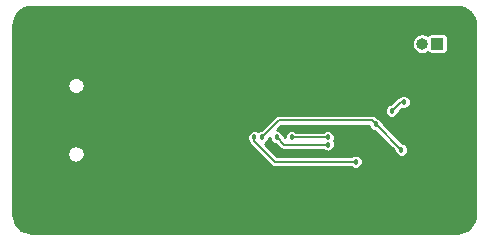
<source format=gbr>
%TF.GenerationSoftware,KiCad,Pcbnew,5.1.10-88a1d61d58~90~ubuntu20.04.1*%
%TF.CreationDate,2021-07-15T12:02:29+05:30*%
%TF.ProjectId,kimchi-uart-adapter,6b696d63-6869-42d7-9561-72742d616461,rev?*%
%TF.SameCoordinates,Original*%
%TF.FileFunction,Copper,L2,Bot*%
%TF.FilePolarity,Positive*%
%FSLAX46Y46*%
G04 Gerber Fmt 4.6, Leading zero omitted, Abs format (unit mm)*
G04 Created by KiCad (PCBNEW 5.1.10-88a1d61d58~90~ubuntu20.04.1) date 2021-07-15 12:02:29*
%MOMM*%
%LPD*%
G01*
G04 APERTURE LIST*
%TA.AperFunction,ComponentPad*%
%ADD10O,2.100000X1.050000*%
%TD*%
%TA.AperFunction,ComponentPad*%
%ADD11O,1.000000X1.000000*%
%TD*%
%TA.AperFunction,ComponentPad*%
%ADD12R,1.000000X1.000000*%
%TD*%
%TA.AperFunction,ViaPad*%
%ADD13C,0.457200*%
%TD*%
%TA.AperFunction,Conductor*%
%ADD14C,0.200000*%
%TD*%
%TA.AperFunction,Conductor*%
%ADD15C,0.254000*%
%TD*%
%TA.AperFunction,Conductor*%
%ADD16C,0.100000*%
%TD*%
G04 APERTURE END LIST*
D10*
%TO.P,J1,S1*%
%TO.N,GND*%
X140130000Y-96060000D03*
%TO.P,J1,S2*%
X140130000Y-104700000D03*
%TO.P,J1,S3*%
X135950000Y-96060000D03*
%TO.P,J1,S4*%
X135950000Y-104700000D03*
%TD*%
D11*
%TO.P,J2,2*%
%TO.N,/RTS*%
X168930000Y-93930000D03*
D12*
%TO.P,J2,1*%
%TO.N,/CTS*%
X170200000Y-93930000D03*
%TD*%
D13*
%TO.N,GND*%
X173270000Y-96250000D03*
X173290000Y-103840000D03*
X172030000Y-103870000D03*
X172020000Y-96260000D03*
X143570000Y-106300000D03*
X143570000Y-94530000D03*
X146370000Y-96370000D03*
X146390000Y-104380000D03*
X154090000Y-107750000D03*
X161420000Y-95400000D03*
X155040002Y-96540000D03*
X155035000Y-92605000D03*
X156600000Y-98870000D03*
X166960000Y-97890000D03*
X157240000Y-101495610D03*
X146780000Y-106689998D03*
X165750000Y-102540000D03*
X166780000Y-101510000D03*
X161823260Y-99668380D03*
X162593260Y-99658380D03*
X161823260Y-101278380D03*
X162593260Y-101278380D03*
X163363260Y-99668380D03*
X157237500Y-105197500D03*
X163363260Y-101278380D03*
X158442660Y-99783900D03*
X159143700Y-99781360D03*
X159143700Y-101056440D03*
X138149100Y-92010000D03*
%TO.N,/CTS*%
X157870000Y-101870000D03*
X166350000Y-99610000D03*
X167340000Y-98880000D03*
X160910002Y-101870000D03*
%TO.N,/RTS*%
X155330000Y-101870000D03*
X167130000Y-102910000D03*
X164990000Y-100780000D03*
%TO.N,/RX*%
X156600000Y-101870000D03*
X160930000Y-102480000D03*
%TO.N,/TX*%
X154700000Y-101870000D03*
X163300000Y-103940000D03*
%TD*%
D14*
%TO.N,/CTS*%
X166350000Y-99610000D02*
X167080000Y-98880000D01*
X167080000Y-98880000D02*
X167340000Y-98880000D01*
X157870000Y-101870000D02*
X160910002Y-101870000D01*
%TO.N,/RTS*%
X165000000Y-100780000D02*
X164990000Y-100780000D01*
X167130000Y-102910000D02*
X165000000Y-100780000D01*
X164628900Y-100418900D02*
X164990000Y-100780000D01*
X156781100Y-100418900D02*
X164628900Y-100418900D01*
X155330000Y-101870000D02*
X156781100Y-100418900D01*
%TO.N,/RX*%
X156600000Y-101870000D02*
X157210000Y-102480000D01*
X157210000Y-102480000D02*
X160930000Y-102480000D01*
%TO.N,/TX*%
X156446711Y-103940000D02*
X163300000Y-103940000D01*
X154700000Y-102193289D02*
X156446711Y-103940000D01*
X154700000Y-101870000D02*
X154700000Y-102193289D01*
%TD*%
D15*
%TO.N,GND*%
X172154352Y-90842909D02*
X172447113Y-90931299D01*
X172717126Y-91074868D01*
X172954115Y-91268151D01*
X173149045Y-91503781D01*
X173294498Y-91772791D01*
X173384928Y-92064924D01*
X173419001Y-92389101D01*
X173419000Y-108358920D01*
X173387091Y-108684352D01*
X173298701Y-108977114D01*
X173155132Y-109247126D01*
X172961849Y-109484115D01*
X172726219Y-109679045D01*
X172457209Y-109824498D01*
X172165076Y-109914928D01*
X171840908Y-109949000D01*
X135871080Y-109949000D01*
X135545648Y-109917091D01*
X135252886Y-109828701D01*
X134982874Y-109685132D01*
X134745885Y-109491849D01*
X134550955Y-109256219D01*
X134405502Y-108987209D01*
X134315072Y-108695076D01*
X134281000Y-108370908D01*
X134281000Y-103198003D01*
X138869000Y-103198003D01*
X138869000Y-103341997D01*
X138897092Y-103483225D01*
X138952196Y-103616258D01*
X139032195Y-103735985D01*
X139134015Y-103837805D01*
X139253742Y-103917804D01*
X139386775Y-103972908D01*
X139528003Y-104001000D01*
X139671997Y-104001000D01*
X139813225Y-103972908D01*
X139946258Y-103917804D01*
X140065985Y-103837805D01*
X140167805Y-103735985D01*
X140247804Y-103616258D01*
X140302908Y-103483225D01*
X140331000Y-103341997D01*
X140331000Y-103198003D01*
X140302908Y-103056775D01*
X140247804Y-102923742D01*
X140167805Y-102804015D01*
X140065985Y-102702195D01*
X139946258Y-102622196D01*
X139813225Y-102567092D01*
X139671997Y-102539000D01*
X139528003Y-102539000D01*
X139386775Y-102567092D01*
X139253742Y-102622196D01*
X139134015Y-102702195D01*
X139032195Y-102804015D01*
X138952196Y-102923742D01*
X138897092Y-103056775D01*
X138869000Y-103198003D01*
X134281000Y-103198003D01*
X134281000Y-101809960D01*
X154090400Y-101809960D01*
X154090400Y-101930040D01*
X154113826Y-102047814D01*
X154159779Y-102158754D01*
X154222520Y-102252653D01*
X154225960Y-102287581D01*
X154253465Y-102378250D01*
X154298129Y-102461811D01*
X154358237Y-102535053D01*
X154376589Y-102550114D01*
X156089886Y-104263412D01*
X156104947Y-104281764D01*
X156178189Y-104341872D01*
X156261750Y-104386536D01*
X156352419Y-104414040D01*
X156423085Y-104421000D01*
X156423086Y-104421000D01*
X156446710Y-104423327D01*
X156470334Y-104421000D01*
X162922615Y-104421000D01*
X163011246Y-104480221D01*
X163122186Y-104526174D01*
X163239960Y-104549600D01*
X163360040Y-104549600D01*
X163477814Y-104526174D01*
X163588754Y-104480221D01*
X163688598Y-104413508D01*
X163773508Y-104328598D01*
X163840221Y-104228754D01*
X163886174Y-104117814D01*
X163909600Y-104000040D01*
X163909600Y-103879960D01*
X163886174Y-103762186D01*
X163840221Y-103651246D01*
X163773508Y-103551402D01*
X163688598Y-103466492D01*
X163588754Y-103399779D01*
X163477814Y-103353826D01*
X163360040Y-103330400D01*
X163239960Y-103330400D01*
X163122186Y-103353826D01*
X163011246Y-103399779D01*
X162922615Y-103459000D01*
X156645948Y-103459000D01*
X155603491Y-102416543D01*
X155618754Y-102410221D01*
X155718598Y-102343508D01*
X155803508Y-102258598D01*
X155870221Y-102158754D01*
X155916174Y-102047814D01*
X155936969Y-101943267D01*
X155990400Y-101889836D01*
X155990400Y-101930040D01*
X156013826Y-102047814D01*
X156059779Y-102158754D01*
X156126492Y-102258598D01*
X156211402Y-102343508D01*
X156311246Y-102410221D01*
X156422186Y-102456174D01*
X156526733Y-102476969D01*
X156853174Y-102803411D01*
X156868236Y-102821764D01*
X156941478Y-102881872D01*
X157025039Y-102926536D01*
X157115708Y-102954040D01*
X157186374Y-102961000D01*
X157186375Y-102961000D01*
X157209999Y-102963327D01*
X157233623Y-102961000D01*
X160552615Y-102961000D01*
X160641246Y-103020221D01*
X160752186Y-103066174D01*
X160869960Y-103089600D01*
X160990040Y-103089600D01*
X161107814Y-103066174D01*
X161218754Y-103020221D01*
X161318598Y-102953508D01*
X161403508Y-102868598D01*
X161470221Y-102768754D01*
X161516174Y-102657814D01*
X161539600Y-102540040D01*
X161539600Y-102419960D01*
X161516174Y-102302186D01*
X161470221Y-102191246D01*
X161449367Y-102160035D01*
X161450223Y-102158754D01*
X161496176Y-102047814D01*
X161519602Y-101930040D01*
X161519602Y-101809960D01*
X161496176Y-101692186D01*
X161450223Y-101581246D01*
X161383510Y-101481402D01*
X161298600Y-101396492D01*
X161198756Y-101329779D01*
X161087816Y-101283826D01*
X160970042Y-101260400D01*
X160849962Y-101260400D01*
X160732188Y-101283826D01*
X160621248Y-101329779D01*
X160532617Y-101389000D01*
X158247385Y-101389000D01*
X158158754Y-101329779D01*
X158047814Y-101283826D01*
X157930040Y-101260400D01*
X157809960Y-101260400D01*
X157692186Y-101283826D01*
X157581246Y-101329779D01*
X157481402Y-101396492D01*
X157396492Y-101481402D01*
X157329779Y-101581246D01*
X157283826Y-101692186D01*
X157260400Y-101809960D01*
X157260400Y-101850163D01*
X157206969Y-101796733D01*
X157186174Y-101692186D01*
X157140221Y-101581246D01*
X157073508Y-101481402D01*
X156988598Y-101396492D01*
X156888754Y-101329779D01*
X156777814Y-101283826D01*
X156660040Y-101260400D01*
X156619837Y-101260400D01*
X156980337Y-100899900D01*
X164392307Y-100899900D01*
X164403826Y-100957814D01*
X164449779Y-101068754D01*
X164516492Y-101168598D01*
X164601402Y-101253508D01*
X164701246Y-101320221D01*
X164812186Y-101366174D01*
X164929216Y-101389452D01*
X166523031Y-102983268D01*
X166543826Y-103087814D01*
X166589779Y-103198754D01*
X166656492Y-103298598D01*
X166741402Y-103383508D01*
X166841246Y-103450221D01*
X166952186Y-103496174D01*
X167069960Y-103519600D01*
X167190040Y-103519600D01*
X167307814Y-103496174D01*
X167418754Y-103450221D01*
X167518598Y-103383508D01*
X167603508Y-103298598D01*
X167670221Y-103198754D01*
X167716174Y-103087814D01*
X167739600Y-102970040D01*
X167739600Y-102849960D01*
X167716174Y-102732186D01*
X167670221Y-102621246D01*
X167603508Y-102521402D01*
X167518598Y-102436492D01*
X167418754Y-102369779D01*
X167307814Y-102323826D01*
X167203268Y-102303031D01*
X165594486Y-100694250D01*
X165576174Y-100602186D01*
X165530221Y-100491246D01*
X165463508Y-100391402D01*
X165378598Y-100306492D01*
X165278754Y-100239779D01*
X165167814Y-100193826D01*
X165063267Y-100173031D01*
X164985730Y-100095494D01*
X164970664Y-100077136D01*
X164897422Y-100017028D01*
X164813861Y-99972364D01*
X164723192Y-99944860D01*
X164652526Y-99937900D01*
X164628900Y-99935573D01*
X164605274Y-99937900D01*
X156804723Y-99937900D01*
X156781099Y-99935573D01*
X156757475Y-99937900D01*
X156757474Y-99937900D01*
X156686808Y-99944860D01*
X156596139Y-99972364D01*
X156512578Y-100017028D01*
X156439336Y-100077136D01*
X156424275Y-100095488D01*
X155256733Y-101263031D01*
X155152186Y-101283826D01*
X155041246Y-101329779D01*
X155015000Y-101347316D01*
X154988754Y-101329779D01*
X154877814Y-101283826D01*
X154760040Y-101260400D01*
X154639960Y-101260400D01*
X154522186Y-101283826D01*
X154411246Y-101329779D01*
X154311402Y-101396492D01*
X154226492Y-101481402D01*
X154159779Y-101581246D01*
X154113826Y-101692186D01*
X154090400Y-101809960D01*
X134281000Y-101809960D01*
X134281000Y-99549960D01*
X165740400Y-99549960D01*
X165740400Y-99670040D01*
X165763826Y-99787814D01*
X165809779Y-99898754D01*
X165876492Y-99998598D01*
X165961402Y-100083508D01*
X166061246Y-100150221D01*
X166172186Y-100196174D01*
X166289960Y-100219600D01*
X166410040Y-100219600D01*
X166527814Y-100196174D01*
X166638754Y-100150221D01*
X166738598Y-100083508D01*
X166823508Y-99998598D01*
X166890221Y-99898754D01*
X166936174Y-99787814D01*
X166956969Y-99683267D01*
X167172092Y-99468144D01*
X167279960Y-99489600D01*
X167400040Y-99489600D01*
X167517814Y-99466174D01*
X167628754Y-99420221D01*
X167728598Y-99353508D01*
X167813508Y-99268598D01*
X167880221Y-99168754D01*
X167926174Y-99057814D01*
X167949600Y-98940040D01*
X167949600Y-98819960D01*
X167926174Y-98702186D01*
X167880221Y-98591246D01*
X167813508Y-98491402D01*
X167728598Y-98406492D01*
X167628754Y-98339779D01*
X167517814Y-98293826D01*
X167400040Y-98270400D01*
X167279960Y-98270400D01*
X167162186Y-98293826D01*
X167051246Y-98339779D01*
X166951402Y-98406492D01*
X166937228Y-98420666D01*
X166895039Y-98433464D01*
X166811478Y-98478128D01*
X166738236Y-98538236D01*
X166723174Y-98556589D01*
X166276733Y-99003031D01*
X166172186Y-99023826D01*
X166061246Y-99069779D01*
X165961402Y-99136492D01*
X165876492Y-99221402D01*
X165809779Y-99321246D01*
X165763826Y-99432186D01*
X165740400Y-99549960D01*
X134281000Y-99549960D01*
X134281000Y-97418003D01*
X138869000Y-97418003D01*
X138869000Y-97561997D01*
X138897092Y-97703225D01*
X138952196Y-97836258D01*
X139032195Y-97955985D01*
X139134015Y-98057805D01*
X139253742Y-98137804D01*
X139386775Y-98192908D01*
X139528003Y-98221000D01*
X139671997Y-98221000D01*
X139813225Y-98192908D01*
X139946258Y-98137804D01*
X140065985Y-98057805D01*
X140167805Y-97955985D01*
X140247804Y-97836258D01*
X140302908Y-97703225D01*
X140331000Y-97561997D01*
X140331000Y-97418003D01*
X140302908Y-97276775D01*
X140247804Y-97143742D01*
X140167805Y-97024015D01*
X140065985Y-96922195D01*
X139946258Y-96842196D01*
X139813225Y-96787092D01*
X139671997Y-96759000D01*
X139528003Y-96759000D01*
X139386775Y-96787092D01*
X139253742Y-96842196D01*
X139134015Y-96922195D01*
X139032195Y-97024015D01*
X138952196Y-97143742D01*
X138897092Y-97276775D01*
X138869000Y-97418003D01*
X134281000Y-97418003D01*
X134281000Y-93843229D01*
X168049000Y-93843229D01*
X168049000Y-94016771D01*
X168082856Y-94186978D01*
X168149268Y-94347310D01*
X168245682Y-94491605D01*
X168368395Y-94614318D01*
X168512690Y-94710732D01*
X168673022Y-94777144D01*
X168843229Y-94811000D01*
X169016771Y-94811000D01*
X169186978Y-94777144D01*
X169347310Y-94710732D01*
X169405568Y-94671806D01*
X169429289Y-94700711D01*
X169487304Y-94748322D01*
X169553492Y-94783701D01*
X169625311Y-94805487D01*
X169700000Y-94812843D01*
X170700000Y-94812843D01*
X170774689Y-94805487D01*
X170846508Y-94783701D01*
X170912696Y-94748322D01*
X170970711Y-94700711D01*
X171018322Y-94642696D01*
X171053701Y-94576508D01*
X171075487Y-94504689D01*
X171082843Y-94430000D01*
X171082843Y-93430000D01*
X171075487Y-93355311D01*
X171053701Y-93283492D01*
X171018322Y-93217304D01*
X170970711Y-93159289D01*
X170912696Y-93111678D01*
X170846508Y-93076299D01*
X170774689Y-93054513D01*
X170700000Y-93047157D01*
X169700000Y-93047157D01*
X169625311Y-93054513D01*
X169553492Y-93076299D01*
X169487304Y-93111678D01*
X169429289Y-93159289D01*
X169405568Y-93188194D01*
X169347310Y-93149268D01*
X169186978Y-93082856D01*
X169016771Y-93049000D01*
X168843229Y-93049000D01*
X168673022Y-93082856D01*
X168512690Y-93149268D01*
X168368395Y-93245682D01*
X168245682Y-93368395D01*
X168149268Y-93512690D01*
X168082856Y-93673022D01*
X168049000Y-93843229D01*
X134281000Y-93843229D01*
X134281000Y-92401080D01*
X134312909Y-92075648D01*
X134401299Y-91782887D01*
X134544868Y-91512874D01*
X134738151Y-91275885D01*
X134973781Y-91080955D01*
X135242791Y-90935502D01*
X135534924Y-90845072D01*
X135859092Y-90811000D01*
X171828920Y-90811000D01*
X172154352Y-90842909D01*
%TA.AperFunction,Conductor*%
D16*
G36*
X172154352Y-90842909D02*
G01*
X172447113Y-90931299D01*
X172717126Y-91074868D01*
X172954115Y-91268151D01*
X173149045Y-91503781D01*
X173294498Y-91772791D01*
X173384928Y-92064924D01*
X173419001Y-92389101D01*
X173419000Y-108358920D01*
X173387091Y-108684352D01*
X173298701Y-108977114D01*
X173155132Y-109247126D01*
X172961849Y-109484115D01*
X172726219Y-109679045D01*
X172457209Y-109824498D01*
X172165076Y-109914928D01*
X171840908Y-109949000D01*
X135871080Y-109949000D01*
X135545648Y-109917091D01*
X135252886Y-109828701D01*
X134982874Y-109685132D01*
X134745885Y-109491849D01*
X134550955Y-109256219D01*
X134405502Y-108987209D01*
X134315072Y-108695076D01*
X134281000Y-108370908D01*
X134281000Y-103198003D01*
X138869000Y-103198003D01*
X138869000Y-103341997D01*
X138897092Y-103483225D01*
X138952196Y-103616258D01*
X139032195Y-103735985D01*
X139134015Y-103837805D01*
X139253742Y-103917804D01*
X139386775Y-103972908D01*
X139528003Y-104001000D01*
X139671997Y-104001000D01*
X139813225Y-103972908D01*
X139946258Y-103917804D01*
X140065985Y-103837805D01*
X140167805Y-103735985D01*
X140247804Y-103616258D01*
X140302908Y-103483225D01*
X140331000Y-103341997D01*
X140331000Y-103198003D01*
X140302908Y-103056775D01*
X140247804Y-102923742D01*
X140167805Y-102804015D01*
X140065985Y-102702195D01*
X139946258Y-102622196D01*
X139813225Y-102567092D01*
X139671997Y-102539000D01*
X139528003Y-102539000D01*
X139386775Y-102567092D01*
X139253742Y-102622196D01*
X139134015Y-102702195D01*
X139032195Y-102804015D01*
X138952196Y-102923742D01*
X138897092Y-103056775D01*
X138869000Y-103198003D01*
X134281000Y-103198003D01*
X134281000Y-101809960D01*
X154090400Y-101809960D01*
X154090400Y-101930040D01*
X154113826Y-102047814D01*
X154159779Y-102158754D01*
X154222520Y-102252653D01*
X154225960Y-102287581D01*
X154253465Y-102378250D01*
X154298129Y-102461811D01*
X154358237Y-102535053D01*
X154376589Y-102550114D01*
X156089886Y-104263412D01*
X156104947Y-104281764D01*
X156178189Y-104341872D01*
X156261750Y-104386536D01*
X156352419Y-104414040D01*
X156423085Y-104421000D01*
X156423086Y-104421000D01*
X156446710Y-104423327D01*
X156470334Y-104421000D01*
X162922615Y-104421000D01*
X163011246Y-104480221D01*
X163122186Y-104526174D01*
X163239960Y-104549600D01*
X163360040Y-104549600D01*
X163477814Y-104526174D01*
X163588754Y-104480221D01*
X163688598Y-104413508D01*
X163773508Y-104328598D01*
X163840221Y-104228754D01*
X163886174Y-104117814D01*
X163909600Y-104000040D01*
X163909600Y-103879960D01*
X163886174Y-103762186D01*
X163840221Y-103651246D01*
X163773508Y-103551402D01*
X163688598Y-103466492D01*
X163588754Y-103399779D01*
X163477814Y-103353826D01*
X163360040Y-103330400D01*
X163239960Y-103330400D01*
X163122186Y-103353826D01*
X163011246Y-103399779D01*
X162922615Y-103459000D01*
X156645948Y-103459000D01*
X155603491Y-102416543D01*
X155618754Y-102410221D01*
X155718598Y-102343508D01*
X155803508Y-102258598D01*
X155870221Y-102158754D01*
X155916174Y-102047814D01*
X155936969Y-101943267D01*
X155990400Y-101889836D01*
X155990400Y-101930040D01*
X156013826Y-102047814D01*
X156059779Y-102158754D01*
X156126492Y-102258598D01*
X156211402Y-102343508D01*
X156311246Y-102410221D01*
X156422186Y-102456174D01*
X156526733Y-102476969D01*
X156853174Y-102803411D01*
X156868236Y-102821764D01*
X156941478Y-102881872D01*
X157025039Y-102926536D01*
X157115708Y-102954040D01*
X157186374Y-102961000D01*
X157186375Y-102961000D01*
X157209999Y-102963327D01*
X157233623Y-102961000D01*
X160552615Y-102961000D01*
X160641246Y-103020221D01*
X160752186Y-103066174D01*
X160869960Y-103089600D01*
X160990040Y-103089600D01*
X161107814Y-103066174D01*
X161218754Y-103020221D01*
X161318598Y-102953508D01*
X161403508Y-102868598D01*
X161470221Y-102768754D01*
X161516174Y-102657814D01*
X161539600Y-102540040D01*
X161539600Y-102419960D01*
X161516174Y-102302186D01*
X161470221Y-102191246D01*
X161449367Y-102160035D01*
X161450223Y-102158754D01*
X161496176Y-102047814D01*
X161519602Y-101930040D01*
X161519602Y-101809960D01*
X161496176Y-101692186D01*
X161450223Y-101581246D01*
X161383510Y-101481402D01*
X161298600Y-101396492D01*
X161198756Y-101329779D01*
X161087816Y-101283826D01*
X160970042Y-101260400D01*
X160849962Y-101260400D01*
X160732188Y-101283826D01*
X160621248Y-101329779D01*
X160532617Y-101389000D01*
X158247385Y-101389000D01*
X158158754Y-101329779D01*
X158047814Y-101283826D01*
X157930040Y-101260400D01*
X157809960Y-101260400D01*
X157692186Y-101283826D01*
X157581246Y-101329779D01*
X157481402Y-101396492D01*
X157396492Y-101481402D01*
X157329779Y-101581246D01*
X157283826Y-101692186D01*
X157260400Y-101809960D01*
X157260400Y-101850163D01*
X157206969Y-101796733D01*
X157186174Y-101692186D01*
X157140221Y-101581246D01*
X157073508Y-101481402D01*
X156988598Y-101396492D01*
X156888754Y-101329779D01*
X156777814Y-101283826D01*
X156660040Y-101260400D01*
X156619837Y-101260400D01*
X156980337Y-100899900D01*
X164392307Y-100899900D01*
X164403826Y-100957814D01*
X164449779Y-101068754D01*
X164516492Y-101168598D01*
X164601402Y-101253508D01*
X164701246Y-101320221D01*
X164812186Y-101366174D01*
X164929216Y-101389452D01*
X166523031Y-102983268D01*
X166543826Y-103087814D01*
X166589779Y-103198754D01*
X166656492Y-103298598D01*
X166741402Y-103383508D01*
X166841246Y-103450221D01*
X166952186Y-103496174D01*
X167069960Y-103519600D01*
X167190040Y-103519600D01*
X167307814Y-103496174D01*
X167418754Y-103450221D01*
X167518598Y-103383508D01*
X167603508Y-103298598D01*
X167670221Y-103198754D01*
X167716174Y-103087814D01*
X167739600Y-102970040D01*
X167739600Y-102849960D01*
X167716174Y-102732186D01*
X167670221Y-102621246D01*
X167603508Y-102521402D01*
X167518598Y-102436492D01*
X167418754Y-102369779D01*
X167307814Y-102323826D01*
X167203268Y-102303031D01*
X165594486Y-100694250D01*
X165576174Y-100602186D01*
X165530221Y-100491246D01*
X165463508Y-100391402D01*
X165378598Y-100306492D01*
X165278754Y-100239779D01*
X165167814Y-100193826D01*
X165063267Y-100173031D01*
X164985730Y-100095494D01*
X164970664Y-100077136D01*
X164897422Y-100017028D01*
X164813861Y-99972364D01*
X164723192Y-99944860D01*
X164652526Y-99937900D01*
X164628900Y-99935573D01*
X164605274Y-99937900D01*
X156804723Y-99937900D01*
X156781099Y-99935573D01*
X156757475Y-99937900D01*
X156757474Y-99937900D01*
X156686808Y-99944860D01*
X156596139Y-99972364D01*
X156512578Y-100017028D01*
X156439336Y-100077136D01*
X156424275Y-100095488D01*
X155256733Y-101263031D01*
X155152186Y-101283826D01*
X155041246Y-101329779D01*
X155015000Y-101347316D01*
X154988754Y-101329779D01*
X154877814Y-101283826D01*
X154760040Y-101260400D01*
X154639960Y-101260400D01*
X154522186Y-101283826D01*
X154411246Y-101329779D01*
X154311402Y-101396492D01*
X154226492Y-101481402D01*
X154159779Y-101581246D01*
X154113826Y-101692186D01*
X154090400Y-101809960D01*
X134281000Y-101809960D01*
X134281000Y-99549960D01*
X165740400Y-99549960D01*
X165740400Y-99670040D01*
X165763826Y-99787814D01*
X165809779Y-99898754D01*
X165876492Y-99998598D01*
X165961402Y-100083508D01*
X166061246Y-100150221D01*
X166172186Y-100196174D01*
X166289960Y-100219600D01*
X166410040Y-100219600D01*
X166527814Y-100196174D01*
X166638754Y-100150221D01*
X166738598Y-100083508D01*
X166823508Y-99998598D01*
X166890221Y-99898754D01*
X166936174Y-99787814D01*
X166956969Y-99683267D01*
X167172092Y-99468144D01*
X167279960Y-99489600D01*
X167400040Y-99489600D01*
X167517814Y-99466174D01*
X167628754Y-99420221D01*
X167728598Y-99353508D01*
X167813508Y-99268598D01*
X167880221Y-99168754D01*
X167926174Y-99057814D01*
X167949600Y-98940040D01*
X167949600Y-98819960D01*
X167926174Y-98702186D01*
X167880221Y-98591246D01*
X167813508Y-98491402D01*
X167728598Y-98406492D01*
X167628754Y-98339779D01*
X167517814Y-98293826D01*
X167400040Y-98270400D01*
X167279960Y-98270400D01*
X167162186Y-98293826D01*
X167051246Y-98339779D01*
X166951402Y-98406492D01*
X166937228Y-98420666D01*
X166895039Y-98433464D01*
X166811478Y-98478128D01*
X166738236Y-98538236D01*
X166723174Y-98556589D01*
X166276733Y-99003031D01*
X166172186Y-99023826D01*
X166061246Y-99069779D01*
X165961402Y-99136492D01*
X165876492Y-99221402D01*
X165809779Y-99321246D01*
X165763826Y-99432186D01*
X165740400Y-99549960D01*
X134281000Y-99549960D01*
X134281000Y-97418003D01*
X138869000Y-97418003D01*
X138869000Y-97561997D01*
X138897092Y-97703225D01*
X138952196Y-97836258D01*
X139032195Y-97955985D01*
X139134015Y-98057805D01*
X139253742Y-98137804D01*
X139386775Y-98192908D01*
X139528003Y-98221000D01*
X139671997Y-98221000D01*
X139813225Y-98192908D01*
X139946258Y-98137804D01*
X140065985Y-98057805D01*
X140167805Y-97955985D01*
X140247804Y-97836258D01*
X140302908Y-97703225D01*
X140331000Y-97561997D01*
X140331000Y-97418003D01*
X140302908Y-97276775D01*
X140247804Y-97143742D01*
X140167805Y-97024015D01*
X140065985Y-96922195D01*
X139946258Y-96842196D01*
X139813225Y-96787092D01*
X139671997Y-96759000D01*
X139528003Y-96759000D01*
X139386775Y-96787092D01*
X139253742Y-96842196D01*
X139134015Y-96922195D01*
X139032195Y-97024015D01*
X138952196Y-97143742D01*
X138897092Y-97276775D01*
X138869000Y-97418003D01*
X134281000Y-97418003D01*
X134281000Y-93843229D01*
X168049000Y-93843229D01*
X168049000Y-94016771D01*
X168082856Y-94186978D01*
X168149268Y-94347310D01*
X168245682Y-94491605D01*
X168368395Y-94614318D01*
X168512690Y-94710732D01*
X168673022Y-94777144D01*
X168843229Y-94811000D01*
X169016771Y-94811000D01*
X169186978Y-94777144D01*
X169347310Y-94710732D01*
X169405568Y-94671806D01*
X169429289Y-94700711D01*
X169487304Y-94748322D01*
X169553492Y-94783701D01*
X169625311Y-94805487D01*
X169700000Y-94812843D01*
X170700000Y-94812843D01*
X170774689Y-94805487D01*
X170846508Y-94783701D01*
X170912696Y-94748322D01*
X170970711Y-94700711D01*
X171018322Y-94642696D01*
X171053701Y-94576508D01*
X171075487Y-94504689D01*
X171082843Y-94430000D01*
X171082843Y-93430000D01*
X171075487Y-93355311D01*
X171053701Y-93283492D01*
X171018322Y-93217304D01*
X170970711Y-93159289D01*
X170912696Y-93111678D01*
X170846508Y-93076299D01*
X170774689Y-93054513D01*
X170700000Y-93047157D01*
X169700000Y-93047157D01*
X169625311Y-93054513D01*
X169553492Y-93076299D01*
X169487304Y-93111678D01*
X169429289Y-93159289D01*
X169405568Y-93188194D01*
X169347310Y-93149268D01*
X169186978Y-93082856D01*
X169016771Y-93049000D01*
X168843229Y-93049000D01*
X168673022Y-93082856D01*
X168512690Y-93149268D01*
X168368395Y-93245682D01*
X168245682Y-93368395D01*
X168149268Y-93512690D01*
X168082856Y-93673022D01*
X168049000Y-93843229D01*
X134281000Y-93843229D01*
X134281000Y-92401080D01*
X134312909Y-92075648D01*
X134401299Y-91782887D01*
X134544868Y-91512874D01*
X134738151Y-91275885D01*
X134973781Y-91080955D01*
X135242791Y-90935502D01*
X135534924Y-90845072D01*
X135859092Y-90811000D01*
X171828920Y-90811000D01*
X172154352Y-90842909D01*
G37*
%TD.AperFunction*%
%TD*%
M02*

</source>
